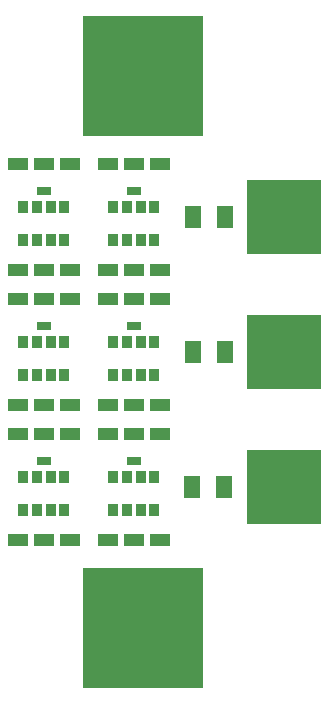
<source format=gbp>
%TF.GenerationSoftware,KiCad,Pcbnew,(5.1.7-0-10_14)*%
%TF.CreationDate,2021-01-04T14:16:26+09:00*%
%TF.ProjectId,rotomdriver,726f746f-6d64-4726-9976-65722e6b6963,rev?*%
%TF.SameCoordinates,Original*%
%TF.FileFunction,Paste,Bot*%
%TF.FilePolarity,Positive*%
%FSLAX46Y46*%
G04 Gerber Fmt 4.6, Leading zero omitted, Abs format (unit mm)*
G04 Created by KiCad (PCBNEW (5.1.7-0-10_14)) date 2021-01-04 14:16:26*
%MOMM*%
%LPD*%
G01*
G04 APERTURE LIST*
%ADD10R,1.700000X1.100000*%
%ADD11R,1.300000X0.700000*%
%ADD12R,0.850000X1.100000*%
%ADD13R,1.440000X1.870000*%
%ADD14R,10.160000X10.160000*%
%ADD15R,6.350000X6.350000*%
G04 APERTURE END LIST*
D10*
%TO.C,Q4*%
X62062000Y-21771999D03*
X64262000Y-21771999D03*
X66462000Y-21771999D03*
X62062000Y-12771999D03*
X64262000Y-12771999D03*
X66462000Y-12771999D03*
D11*
X64262000Y-15021999D03*
D12*
X62536999Y-16421999D03*
X63686999Y-16421999D03*
X64836999Y-16421999D03*
X65986999Y-16421999D03*
X62536999Y-19221999D03*
X63686999Y-19221999D03*
X64836999Y-19221999D03*
X65986999Y-19221999D03*
%TD*%
D10*
%TO.C,Q2*%
X69682000Y-33201999D03*
X71882000Y-33201999D03*
X74082000Y-33201999D03*
X69682000Y-24201999D03*
X71882000Y-24201999D03*
X74082000Y-24201999D03*
D11*
X71882000Y-26451999D03*
D12*
X70156999Y-27851999D03*
X71306999Y-27851999D03*
X72456999Y-27851999D03*
X73606999Y-27851999D03*
X70156999Y-30651999D03*
X71306999Y-30651999D03*
X72456999Y-30651999D03*
X73606999Y-30651999D03*
%TD*%
D10*
%TO.C,Q3*%
X69682000Y-44631999D03*
X71882000Y-44631999D03*
X74082000Y-44631999D03*
X69682000Y-35631999D03*
X71882000Y-35631999D03*
X74082000Y-35631999D03*
D11*
X71882000Y-37881999D03*
D12*
X70156999Y-39281999D03*
X71306999Y-39281999D03*
X72456999Y-39281999D03*
X73606999Y-39281999D03*
X70156999Y-42081999D03*
X71306999Y-42081999D03*
X72456999Y-42081999D03*
X73606999Y-42081999D03*
%TD*%
D13*
%TO.C,R6*%
X76822000Y-40132000D03*
X79502000Y-40132000D03*
%TD*%
D14*
%TO.C,P5*%
X72644000Y-52070000D03*
%TD*%
%TO.C,P1*%
X72644000Y-5334000D03*
%TD*%
D10*
%TO.C,Q6*%
X62062000Y-44631999D03*
X64262000Y-44631999D03*
X66462000Y-44631999D03*
X62062000Y-35631999D03*
X64262000Y-35631999D03*
X66462000Y-35631999D03*
D11*
X64262000Y-37881999D03*
D12*
X62536999Y-39281999D03*
X63686999Y-39281999D03*
X64836999Y-39281999D03*
X65986999Y-39281999D03*
X62536999Y-42081999D03*
X63686999Y-42081999D03*
X64836999Y-42081999D03*
X65986999Y-42081999D03*
%TD*%
D15*
%TO.C,P2*%
X84582000Y-17272000D03*
%TD*%
%TO.C,P3*%
X84582000Y-28702000D03*
%TD*%
%TO.C,P4*%
X84582000Y-40132000D03*
%TD*%
D12*
%TO.C,Q1*%
X73606999Y-19221999D03*
X72456999Y-19221999D03*
X71306999Y-19221999D03*
X70156999Y-19221999D03*
X73606999Y-16421999D03*
X72456999Y-16421999D03*
X71306999Y-16421999D03*
X70156999Y-16421999D03*
D11*
X71882000Y-15021999D03*
D10*
X74082000Y-12771999D03*
X71882000Y-12771999D03*
X69682000Y-12771999D03*
X74082000Y-21771999D03*
X71882000Y-21771999D03*
X69682000Y-21771999D03*
%TD*%
D12*
%TO.C,Q5*%
X65986999Y-30651999D03*
X64836999Y-30651999D03*
X63686999Y-30651999D03*
X62536999Y-30651999D03*
X65986999Y-27851999D03*
X64836999Y-27851999D03*
X63686999Y-27851999D03*
X62536999Y-27851999D03*
D11*
X64262000Y-26451999D03*
D10*
X66462000Y-24201999D03*
X64262000Y-24201999D03*
X62062000Y-24201999D03*
X66462000Y-33201999D03*
X64262000Y-33201999D03*
X62062000Y-33201999D03*
%TD*%
D13*
%TO.C,R4*%
X79572000Y-17272000D03*
X76892000Y-17272000D03*
%TD*%
%TO.C,R5*%
X76892000Y-28702000D03*
X79572000Y-28702000D03*
%TD*%
M02*

</source>
